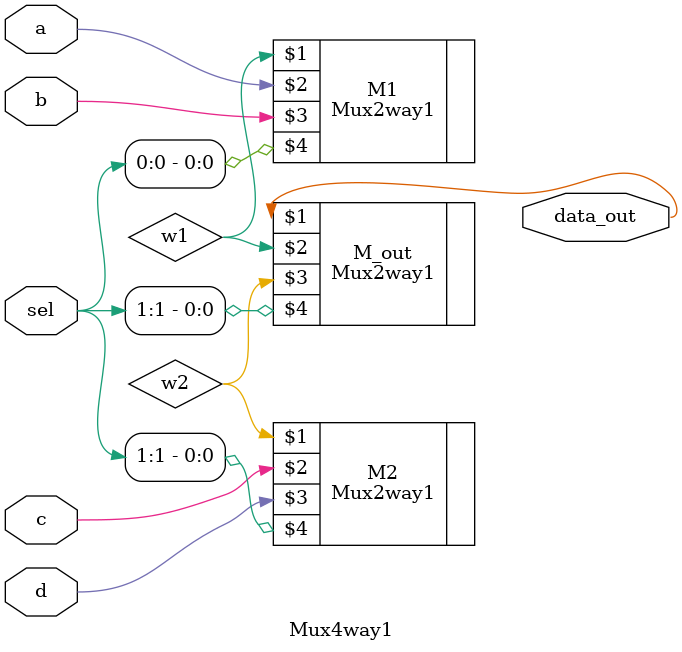
<source format=v>
/**
  * Mux 4x1 routes 1 bit
  *
  * Output Ports: 
  * 	-data_out: 1 bit 
  *
  * Input ports: 
  * 	-a: 1 bit to be routed according to sel
  *		-b: 1 bit to be routed according to sel
  *		-c: 1 bit to be routed according to sel
  *		-d: 1 bit to be routed according to sel
  *		-sel: 2 bit signal to chose between a or b (00 selects a, 01 selects b, 10 selects c, 11 selects d)
  *
  * Built using three 2X1 Mux
  *
  */


module Mux4way1(data_out, a, b, c, d, sel);

	output data_out; 
	input wire a, b, c, d;
	input wire[1:0] sel;
	wire  w1, w2; // w1 = M1.data_out w2 = M2.data_out

	Mux2way1 M1(w1, a, b, sel[0]);
	Mux2way1 M2(w2, c, d, sel[1]);
	Mux2way1 M_out(data_out, w1, w2, sel[1]);

endmodule
</source>
